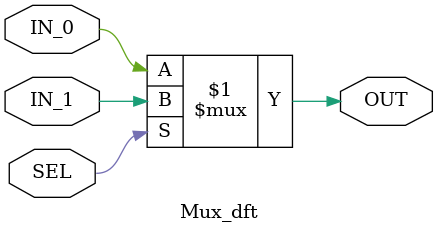
<source format=v>
module Mux_dft  (

 input   wire                  IN_0,
 input   wire                  IN_1,
 input   wire                  SEL,
 output  wire                  OUT 

 );

 
assign OUT = SEL ? IN_1 : IN_0 ;
 
 
endmodule
 

</source>
